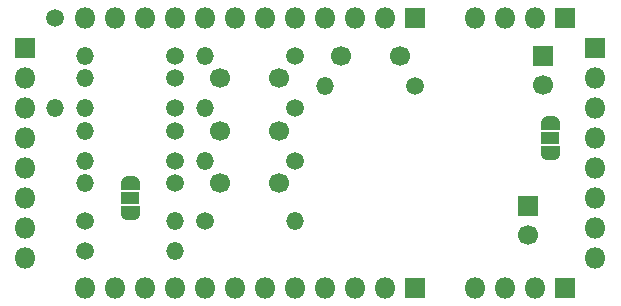
<source format=gbs>
G04 #@! TF.GenerationSoftware,KiCad,Pcbnew,(5.1.6-0-10_14)*
G04 #@! TF.CreationDate,2021-03-19T12:14:43+00:00*
G04 #@! TF.ProjectId,JunketOnSteroidsTTGO,4a756e6b-6574-44f6-9e53-7465726f6964,rev?*
G04 #@! TF.SameCoordinates,PX5faea10PY5734380*
G04 #@! TF.FileFunction,Soldermask,Bot*
G04 #@! TF.FilePolarity,Negative*
%FSLAX46Y46*%
G04 Gerber Fmt 4.6, Leading zero omitted, Abs format (unit mm)*
G04 Created by KiCad (PCBNEW (5.1.6-0-10_14)) date 2021-03-19 12:14:43*
%MOMM*%
%LPD*%
G01*
G04 APERTURE LIST*
%ADD10O,1.500000X1.500000*%
%ADD11C,1.500000*%
%ADD12R,1.600000X1.100000*%
%ADD13C,0.100000*%
%ADD14C,1.700000*%
%ADD15O,1.800000X1.800000*%
%ADD16R,1.800000X1.800000*%
%ADD17R,1.700000X1.700000*%
G04 APERTURE END LIST*
D10*
G04 #@! TO.C,R4*
X26035000Y8890000D03*
D11*
X18415000Y8890000D03*
G04 #@! TD*
D12*
G04 #@! TO.C,JP2*
X12065000Y10795000D03*
D13*
G36*
X12864398Y9488889D02*
G01*
X12864398Y9470466D01*
X12864157Y9465565D01*
X12859347Y9416734D01*
X12858627Y9411881D01*
X12849055Y9363756D01*
X12847863Y9358995D01*
X12833619Y9312040D01*
X12831966Y9307421D01*
X12813189Y9262088D01*
X12811091Y9257651D01*
X12787960Y9214378D01*
X12785438Y9210171D01*
X12758178Y9169372D01*
X12755254Y9165430D01*
X12724126Y9127501D01*
X12720831Y9123866D01*
X12686134Y9089169D01*
X12682499Y9085874D01*
X12644570Y9054746D01*
X12640628Y9051822D01*
X12599829Y9024562D01*
X12595622Y9022040D01*
X12552349Y8998909D01*
X12547912Y8996811D01*
X12502579Y8978034D01*
X12497960Y8976381D01*
X12451005Y8962137D01*
X12446244Y8960945D01*
X12398119Y8951373D01*
X12393266Y8950653D01*
X12344435Y8945843D01*
X12339534Y8945602D01*
X12321111Y8945602D01*
X12315000Y8945000D01*
X11815000Y8945000D01*
X11808889Y8945602D01*
X11790466Y8945602D01*
X11785565Y8945843D01*
X11736734Y8950653D01*
X11731881Y8951373D01*
X11683756Y8960945D01*
X11678995Y8962137D01*
X11632040Y8976381D01*
X11627421Y8978034D01*
X11582088Y8996811D01*
X11577651Y8998909D01*
X11534378Y9022040D01*
X11530171Y9024562D01*
X11489372Y9051822D01*
X11485430Y9054746D01*
X11447501Y9085874D01*
X11443866Y9089169D01*
X11409169Y9123866D01*
X11405874Y9127501D01*
X11374746Y9165430D01*
X11371822Y9169372D01*
X11344562Y9210171D01*
X11342040Y9214378D01*
X11318909Y9257651D01*
X11316811Y9262088D01*
X11298034Y9307421D01*
X11296381Y9312040D01*
X11282137Y9358995D01*
X11280945Y9363756D01*
X11271373Y9411881D01*
X11270653Y9416734D01*
X11265843Y9465565D01*
X11265602Y9470466D01*
X11265602Y9488889D01*
X11265000Y9495000D01*
X11265000Y10045000D01*
X11265961Y10054755D01*
X11268806Y10064134D01*
X11273427Y10072779D01*
X11279645Y10080355D01*
X11287221Y10086573D01*
X11295866Y10091194D01*
X11305245Y10094039D01*
X11315000Y10095000D01*
X12815000Y10095000D01*
X12824755Y10094039D01*
X12834134Y10091194D01*
X12842779Y10086573D01*
X12850355Y10080355D01*
X12856573Y10072779D01*
X12861194Y10064134D01*
X12864039Y10054755D01*
X12865000Y10045000D01*
X12865000Y9495000D01*
X12864398Y9488889D01*
G37*
G36*
X12864039Y11535245D02*
G01*
X12861194Y11525866D01*
X12856573Y11517221D01*
X12850355Y11509645D01*
X12842779Y11503427D01*
X12834134Y11498806D01*
X12824755Y11495961D01*
X12815000Y11495000D01*
X11315000Y11495000D01*
X11305245Y11495961D01*
X11295866Y11498806D01*
X11287221Y11503427D01*
X11279645Y11509645D01*
X11273427Y11517221D01*
X11268806Y11525866D01*
X11265961Y11535245D01*
X11265000Y11545000D01*
X11265000Y12095000D01*
X11265602Y12101111D01*
X11265602Y12119534D01*
X11265843Y12124435D01*
X11270653Y12173266D01*
X11271373Y12178119D01*
X11280945Y12226244D01*
X11282137Y12231005D01*
X11296381Y12277960D01*
X11298034Y12282579D01*
X11316811Y12327912D01*
X11318909Y12332349D01*
X11342040Y12375622D01*
X11344562Y12379829D01*
X11371822Y12420628D01*
X11374746Y12424570D01*
X11405874Y12462499D01*
X11409169Y12466134D01*
X11443866Y12500831D01*
X11447501Y12504126D01*
X11485430Y12535254D01*
X11489372Y12538178D01*
X11530171Y12565438D01*
X11534378Y12567960D01*
X11577651Y12591091D01*
X11582088Y12593189D01*
X11627421Y12611966D01*
X11632040Y12613619D01*
X11678995Y12627863D01*
X11683756Y12629055D01*
X11731881Y12638627D01*
X11736734Y12639347D01*
X11785565Y12644157D01*
X11790466Y12644398D01*
X11808889Y12644398D01*
X11815000Y12645000D01*
X12315000Y12645000D01*
X12321111Y12644398D01*
X12339534Y12644398D01*
X12344435Y12644157D01*
X12393266Y12639347D01*
X12398119Y12638627D01*
X12446244Y12629055D01*
X12451005Y12627863D01*
X12497960Y12613619D01*
X12502579Y12611966D01*
X12547912Y12593189D01*
X12552349Y12591091D01*
X12595622Y12567960D01*
X12599829Y12565438D01*
X12640628Y12538178D01*
X12644570Y12535254D01*
X12682499Y12504126D01*
X12686134Y12500831D01*
X12720831Y12466134D01*
X12724126Y12462499D01*
X12755254Y12424570D01*
X12758178Y12420628D01*
X12785438Y12379829D01*
X12787960Y12375622D01*
X12811091Y12332349D01*
X12813189Y12327912D01*
X12831966Y12282579D01*
X12833619Y12277960D01*
X12847863Y12231005D01*
X12849055Y12226244D01*
X12858627Y12178119D01*
X12859347Y12173266D01*
X12864157Y12124435D01*
X12864398Y12119534D01*
X12864398Y12101111D01*
X12865000Y12095000D01*
X12865000Y11545000D01*
X12864039Y11535245D01*
G37*
G04 #@! TD*
D12*
G04 #@! TO.C,JP1*
X47625000Y15875000D03*
D13*
G36*
X48424398Y14568889D02*
G01*
X48424398Y14550466D01*
X48424157Y14545565D01*
X48419347Y14496734D01*
X48418627Y14491881D01*
X48409055Y14443756D01*
X48407863Y14438995D01*
X48393619Y14392040D01*
X48391966Y14387421D01*
X48373189Y14342088D01*
X48371091Y14337651D01*
X48347960Y14294378D01*
X48345438Y14290171D01*
X48318178Y14249372D01*
X48315254Y14245430D01*
X48284126Y14207501D01*
X48280831Y14203866D01*
X48246134Y14169169D01*
X48242499Y14165874D01*
X48204570Y14134746D01*
X48200628Y14131822D01*
X48159829Y14104562D01*
X48155622Y14102040D01*
X48112349Y14078909D01*
X48107912Y14076811D01*
X48062579Y14058034D01*
X48057960Y14056381D01*
X48011005Y14042137D01*
X48006244Y14040945D01*
X47958119Y14031373D01*
X47953266Y14030653D01*
X47904435Y14025843D01*
X47899534Y14025602D01*
X47881111Y14025602D01*
X47875000Y14025000D01*
X47375000Y14025000D01*
X47368889Y14025602D01*
X47350466Y14025602D01*
X47345565Y14025843D01*
X47296734Y14030653D01*
X47291881Y14031373D01*
X47243756Y14040945D01*
X47238995Y14042137D01*
X47192040Y14056381D01*
X47187421Y14058034D01*
X47142088Y14076811D01*
X47137651Y14078909D01*
X47094378Y14102040D01*
X47090171Y14104562D01*
X47049372Y14131822D01*
X47045430Y14134746D01*
X47007501Y14165874D01*
X47003866Y14169169D01*
X46969169Y14203866D01*
X46965874Y14207501D01*
X46934746Y14245430D01*
X46931822Y14249372D01*
X46904562Y14290171D01*
X46902040Y14294378D01*
X46878909Y14337651D01*
X46876811Y14342088D01*
X46858034Y14387421D01*
X46856381Y14392040D01*
X46842137Y14438995D01*
X46840945Y14443756D01*
X46831373Y14491881D01*
X46830653Y14496734D01*
X46825843Y14545565D01*
X46825602Y14550466D01*
X46825602Y14568889D01*
X46825000Y14575000D01*
X46825000Y15125000D01*
X46825961Y15134755D01*
X46828806Y15144134D01*
X46833427Y15152779D01*
X46839645Y15160355D01*
X46847221Y15166573D01*
X46855866Y15171194D01*
X46865245Y15174039D01*
X46875000Y15175000D01*
X48375000Y15175000D01*
X48384755Y15174039D01*
X48394134Y15171194D01*
X48402779Y15166573D01*
X48410355Y15160355D01*
X48416573Y15152779D01*
X48421194Y15144134D01*
X48424039Y15134755D01*
X48425000Y15125000D01*
X48425000Y14575000D01*
X48424398Y14568889D01*
G37*
G36*
X48424039Y16615245D02*
G01*
X48421194Y16605866D01*
X48416573Y16597221D01*
X48410355Y16589645D01*
X48402779Y16583427D01*
X48394134Y16578806D01*
X48384755Y16575961D01*
X48375000Y16575000D01*
X46875000Y16575000D01*
X46865245Y16575961D01*
X46855866Y16578806D01*
X46847221Y16583427D01*
X46839645Y16589645D01*
X46833427Y16597221D01*
X46828806Y16605866D01*
X46825961Y16615245D01*
X46825000Y16625000D01*
X46825000Y17175000D01*
X46825602Y17181111D01*
X46825602Y17199534D01*
X46825843Y17204435D01*
X46830653Y17253266D01*
X46831373Y17258119D01*
X46840945Y17306244D01*
X46842137Y17311005D01*
X46856381Y17357960D01*
X46858034Y17362579D01*
X46876811Y17407912D01*
X46878909Y17412349D01*
X46902040Y17455622D01*
X46904562Y17459829D01*
X46931822Y17500628D01*
X46934746Y17504570D01*
X46965874Y17542499D01*
X46969169Y17546134D01*
X47003866Y17580831D01*
X47007501Y17584126D01*
X47045430Y17615254D01*
X47049372Y17618178D01*
X47090171Y17645438D01*
X47094378Y17647960D01*
X47137651Y17671091D01*
X47142088Y17673189D01*
X47187421Y17691966D01*
X47192040Y17693619D01*
X47238995Y17707863D01*
X47243756Y17709055D01*
X47291881Y17718627D01*
X47296734Y17719347D01*
X47345565Y17724157D01*
X47350466Y17724398D01*
X47368889Y17724398D01*
X47375000Y17725000D01*
X47875000Y17725000D01*
X47881111Y17724398D01*
X47899534Y17724398D01*
X47904435Y17724157D01*
X47953266Y17719347D01*
X47958119Y17718627D01*
X48006244Y17709055D01*
X48011005Y17707863D01*
X48057960Y17693619D01*
X48062579Y17691966D01*
X48107912Y17673189D01*
X48112349Y17671091D01*
X48155622Y17647960D01*
X48159829Y17645438D01*
X48200628Y17618178D01*
X48204570Y17615254D01*
X48242499Y17584126D01*
X48246134Y17580831D01*
X48280831Y17546134D01*
X48284126Y17542499D01*
X48315254Y17504570D01*
X48318178Y17500628D01*
X48345438Y17459829D01*
X48347960Y17455622D01*
X48371091Y17412349D01*
X48373189Y17407912D01*
X48391966Y17362579D01*
X48393619Y17357960D01*
X48407863Y17311005D01*
X48409055Y17306244D01*
X48418627Y17258119D01*
X48419347Y17253266D01*
X48424157Y17204435D01*
X48424398Y17199534D01*
X48424398Y17181111D01*
X48425000Y17175000D01*
X48425000Y16625000D01*
X48424039Y16615245D01*
G37*
G04 #@! TD*
D14*
G04 #@! TO.C,C31*
X24685000Y12065000D03*
X19685000Y12065000D03*
G04 #@! TD*
G04 #@! TO.C,C21*
X24685000Y16510000D03*
X19685000Y16510000D03*
G04 #@! TD*
G04 #@! TO.C,C11*
X24685000Y20955000D03*
X19685000Y20955000D03*
G04 #@! TD*
G04 #@! TO.C,C3*
X29925000Y22860000D03*
X34925000Y22860000D03*
G04 #@! TD*
D10*
G04 #@! TO.C,R51*
X15875000Y6350000D03*
D11*
X8255000Y6350000D03*
G04 #@! TD*
D10*
G04 #@! TO.C,R41*
X15875000Y8890000D03*
D11*
X8255000Y8890000D03*
G04 #@! TD*
D10*
G04 #@! TO.C,R33*
X18415000Y13970000D03*
D11*
X26035000Y13970000D03*
G04 #@! TD*
D10*
G04 #@! TO.C,R32*
X8255000Y12065000D03*
D11*
X15875000Y12065000D03*
G04 #@! TD*
D10*
G04 #@! TO.C,R31*
X8255000Y13970000D03*
D11*
X15875000Y13970000D03*
G04 #@! TD*
D10*
G04 #@! TO.C,R23*
X18415000Y18415000D03*
D11*
X26035000Y18415000D03*
G04 #@! TD*
D10*
G04 #@! TO.C,R22*
X8255000Y16510000D03*
D11*
X15875000Y16510000D03*
G04 #@! TD*
D10*
G04 #@! TO.C,R21*
X8255000Y18415000D03*
D11*
X15875000Y18415000D03*
G04 #@! TD*
D10*
G04 #@! TO.C,R13*
X18415000Y22860000D03*
D11*
X26035000Y22860000D03*
G04 #@! TD*
D10*
G04 #@! TO.C,R12*
X8255000Y20955000D03*
D11*
X15875000Y20955000D03*
G04 #@! TD*
D10*
G04 #@! TO.C,R11*
X8255000Y22860000D03*
D11*
X15875000Y22860000D03*
G04 #@! TD*
D10*
G04 #@! TO.C,R2*
X5715000Y18415000D03*
D11*
X5715000Y26035000D03*
G04 #@! TD*
D10*
G04 #@! TO.C,R1*
X28575000Y20320000D03*
D11*
X36195000Y20320000D03*
G04 #@! TD*
D15*
G04 #@! TO.C,J6*
X41275000Y3175000D03*
X43815000Y3175000D03*
X46355000Y3175000D03*
D16*
X48895000Y3175000D03*
G04 #@! TD*
D15*
G04 #@! TO.C,J5*
X8255000Y3175000D03*
X10795000Y3175000D03*
X13335000Y3175000D03*
X15875000Y3175000D03*
X18415000Y3175000D03*
X20955000Y3175000D03*
X23495000Y3175000D03*
X26035000Y3175000D03*
X28575000Y3175000D03*
X31115000Y3175000D03*
X33655000Y3175000D03*
D16*
X36195000Y3175000D03*
G04 #@! TD*
D15*
G04 #@! TO.C,J4*
X8255000Y26035000D03*
X10795000Y26035000D03*
X13335000Y26035000D03*
X15875000Y26035000D03*
X18415000Y26035000D03*
X20955000Y26035000D03*
X23495000Y26035000D03*
X26035000Y26035000D03*
X28575000Y26035000D03*
X31115000Y26035000D03*
X33655000Y26035000D03*
D16*
X36195000Y26035000D03*
G04 #@! TD*
D15*
G04 #@! TO.C,J3*
X41275000Y26035000D03*
X43815000Y26035000D03*
X46355000Y26035000D03*
D16*
X48895000Y26035000D03*
G04 #@! TD*
D15*
G04 #@! TO.C,J2*
X51435000Y5715000D03*
X51435000Y8255000D03*
X51435000Y10795000D03*
X51435000Y13335000D03*
X51435000Y15875000D03*
X51435000Y18415000D03*
X51435000Y20955000D03*
D16*
X51435000Y23495000D03*
G04 #@! TD*
D15*
G04 #@! TO.C,J1*
X3175000Y5715000D03*
X3175000Y8255000D03*
X3175000Y10795000D03*
X3175000Y13335000D03*
X3175000Y15875000D03*
X3175000Y18415000D03*
X3175000Y20955000D03*
D16*
X3175000Y23495000D03*
G04 #@! TD*
D14*
G04 #@! TO.C,C2*
X45720000Y7660000D03*
D17*
X45720000Y10160000D03*
G04 #@! TD*
D14*
G04 #@! TO.C,C1*
X46990000Y20360000D03*
D17*
X46990000Y22860000D03*
G04 #@! TD*
M02*

</source>
